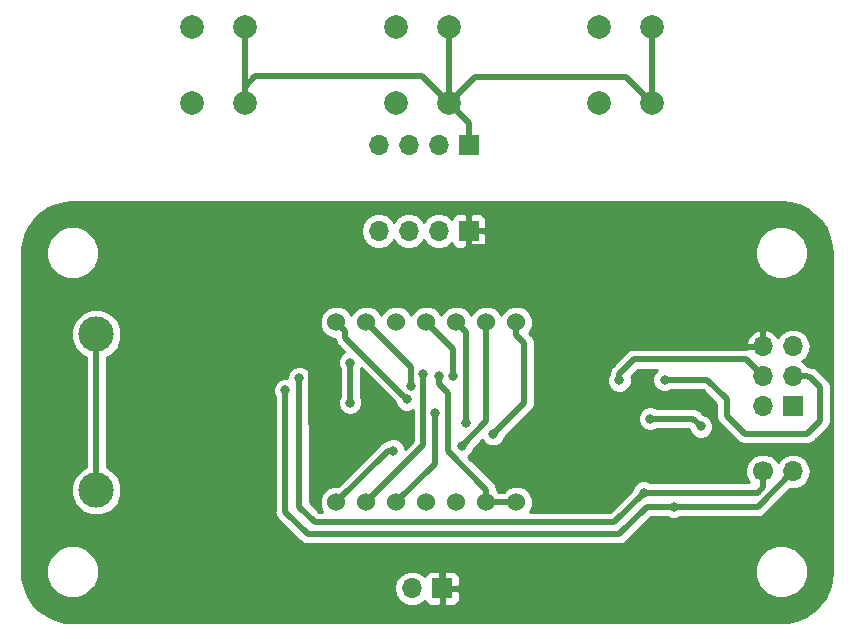
<source format=gbl>
G04 #@! TF.GenerationSoftware,KiCad,Pcbnew,(5.0.2)-1*
G04 #@! TF.CreationDate,2020-01-03T22:31:12+01:00*
G04 #@! TF.ProjectId,clock,636c6f63-6b2e-46b6-9963-61645f706362,rev?*
G04 #@! TF.SameCoordinates,Original*
G04 #@! TF.FileFunction,Copper,L2,Bot*
G04 #@! TF.FilePolarity,Positive*
%FSLAX46Y46*%
G04 Gerber Fmt 4.6, Leading zero omitted, Abs format (unit mm)*
G04 Created by KiCad (PCBNEW (5.0.2)-1) date 03/01/2020 22:31:12*
%MOMM*%
%LPD*%
G01*
G04 APERTURE LIST*
G04 #@! TA.AperFunction,ComponentPad*
%ADD10C,1.700000*%
G04 #@! TD*
G04 #@! TA.AperFunction,ComponentPad*
%ADD11O,1.700000X1.700000*%
G04 #@! TD*
G04 #@! TA.AperFunction,ComponentPad*
%ADD12C,3.000000*%
G04 #@! TD*
G04 #@! TA.AperFunction,ComponentPad*
%ADD13R,1.700000X1.700000*%
G04 #@! TD*
G04 #@! TA.AperFunction,ComponentPad*
%ADD14C,2.000000*%
G04 #@! TD*
G04 #@! TA.AperFunction,ComponentPad*
%ADD15C,1.524000*%
G04 #@! TD*
G04 #@! TA.AperFunction,ViaPad*
%ADD16C,0.800000*%
G04 #@! TD*
G04 #@! TA.AperFunction,Conductor*
%ADD17C,0.500000*%
G04 #@! TD*
G04 #@! TA.AperFunction,Conductor*
%ADD18C,0.254000*%
G04 #@! TD*
G04 APERTURE END LIST*
D10*
G04 #@! TO.P,J2,1*
G04 #@! TO.N,SDA*
X167460000Y-81500000D03*
D11*
G04 #@! TO.P,J2,2*
G04 #@! TO.N,SCL*
X170000000Y-81500000D03*
G04 #@! TD*
D12*
G04 #@! TO.P,CR1220,1*
G04 #@! TO.N,Net-(CR1220-Pad1)*
X111000000Y-69900000D03*
X111000000Y-83100000D03*
G04 #@! TD*
D13*
G04 #@! TO.P,J1,1*
G04 #@! TO.N,GND*
X140285000Y-91400000D03*
D11*
G04 #@! TO.P,J1,2*
G04 #@! TO.N,Net-(D1-Pad2)*
X137745000Y-91400000D03*
G04 #@! TD*
D13*
G04 #@! TO.P,J3,1*
G04 #@! TO.N,Net-(J3-Pad1)*
X170000000Y-76000000D03*
D11*
G04 #@! TO.P,J3,2*
G04 #@! TO.N,+5V*
X167460000Y-76000000D03*
G04 #@! TO.P,J3,3*
G04 #@! TO.N,Net-(J3-Pad3)*
X170000000Y-73460000D03*
G04 #@! TO.P,J3,4*
G04 #@! TO.N,Net-(J3-Pad4)*
X167460000Y-73460000D03*
G04 #@! TO.P,J3,5*
G04 #@! TO.N,Net-(J3-Pad5)*
X170000000Y-70920000D03*
G04 #@! TO.P,J3,6*
G04 #@! TO.N,GND*
X167460000Y-70920000D03*
G04 #@! TD*
D13*
G04 #@! TO.P,J4,1*
G04 #@! TO.N,Net-(J4-Pad1)*
X142550000Y-53850000D03*
D11*
G04 #@! TO.P,J4,2*
G04 #@! TO.N,Net-(J4-Pad2)*
X140010000Y-53850000D03*
G04 #@! TO.P,J4,3*
G04 #@! TO.N,Net-(J4-Pad3)*
X137470000Y-53850000D03*
G04 #@! TO.P,J4,4*
G04 #@! TO.N,Net-(J4-Pad4)*
X134930000Y-53850000D03*
G04 #@! TD*
G04 #@! TO.P,J5,4*
G04 #@! TO.N,Net-(J3-Pad1)*
X134930000Y-61150000D03*
G04 #@! TO.P,J5,3*
G04 #@! TO.N,Net-(J5-Pad3)*
X137470000Y-61150000D03*
G04 #@! TO.P,J5,2*
G04 #@! TO.N,Net-(J5-Pad2)*
X140010000Y-61150000D03*
D13*
G04 #@! TO.P,J5,1*
G04 #@! TO.N,GND*
X142550000Y-61150000D03*
G04 #@! TD*
D14*
G04 #@! TO.P,SW1,1*
G04 #@! TO.N,Net-(J4-Pad4)*
X119100000Y-50350000D03*
G04 #@! TO.P,SW1,2*
G04 #@! TO.N,Net-(J4-Pad1)*
X123600000Y-50350000D03*
G04 #@! TO.P,SW1,1*
G04 #@! TO.N,Net-(J4-Pad4)*
X119100000Y-43850000D03*
G04 #@! TO.P,SW1,2*
G04 #@! TO.N,Net-(J4-Pad1)*
X123600000Y-43850000D03*
G04 #@! TD*
G04 #@! TO.P,SW2,1*
G04 #@! TO.N,Net-(J4-Pad3)*
X136400000Y-50350000D03*
G04 #@! TO.P,SW2,2*
G04 #@! TO.N,Net-(J4-Pad1)*
X140900000Y-50350000D03*
G04 #@! TO.P,SW2,1*
G04 #@! TO.N,Net-(J4-Pad3)*
X136400000Y-43850000D03*
G04 #@! TO.P,SW2,2*
G04 #@! TO.N,Net-(J4-Pad1)*
X140900000Y-43850000D03*
G04 #@! TD*
G04 #@! TO.P,SW3,1*
G04 #@! TO.N,Net-(J4-Pad2)*
X153600000Y-50350000D03*
G04 #@! TO.P,SW3,2*
G04 #@! TO.N,Net-(J4-Pad1)*
X158100000Y-50350000D03*
G04 #@! TO.P,SW3,1*
G04 #@! TO.N,Net-(J4-Pad2)*
X153600000Y-43850000D03*
G04 #@! TO.P,SW3,2*
G04 #@! TO.N,Net-(J4-Pad1)*
X158100000Y-43850000D03*
G04 #@! TD*
D15*
G04 #@! TO.P,U4,14*
G04 #@! TO.N,LED_COM1*
X131345000Y-84120000D03*
G04 #@! TO.P,U4,13*
G04 #@! TO.N,A*
X133885000Y-84120000D03*
G04 #@! TO.P,U4,12*
G04 #@! TO.N,F*
X136425000Y-84120000D03*
G04 #@! TO.P,U4,11*
G04 #@! TO.N,LED_COM2*
X138965000Y-84120000D03*
G04 #@! TO.P,U4,10*
G04 #@! TO.N,LED_COM3*
X141505000Y-84120000D03*
G04 #@! TO.P,U4,9*
G04 #@! TO.N,B*
X144045000Y-84120000D03*
G04 #@! TO.P,U4,8*
X146585000Y-84120000D03*
G04 #@! TO.P,U4,7*
G04 #@! TO.N,LED_COM_DOT*
X146585000Y-68880000D03*
G04 #@! TO.P,U4,6*
G04 #@! TO.N,LED_COM4*
X144045000Y-68880000D03*
G04 #@! TO.P,U4,5*
G04 #@! TO.N,G*
X141505000Y-68880000D03*
G04 #@! TO.P,U4,4*
G04 #@! TO.N,C*
X138965000Y-68880000D03*
G04 #@! TO.P,U4,3*
G04 #@! TO.N,DP*
X136425000Y-68880000D03*
G04 #@! TO.P,U4,2*
G04 #@! TO.N,D*
X133885000Y-68880000D03*
G04 #@! TO.P,U4,1*
G04 #@! TO.N,E*
X131345000Y-68880000D03*
G04 #@! TD*
D16*
G04 #@! TO.N,+5V*
X132500000Y-72300000D03*
X132500000Y-75700000D03*
G04 #@! TO.N,GND*
X156595000Y-66605000D03*
X129200000Y-70000000D03*
X130500000Y-78800000D03*
X125200000Y-75700000D03*
X125400000Y-70000000D03*
G04 #@! TO.N,SDA*
X128200000Y-73600000D03*
X157361644Y-83300000D03*
G04 #@! TO.N,SCL*
X127000000Y-74650000D03*
X159901644Y-84500000D03*
G04 #@! TO.N,Net-(J3-Pad1)*
X157900000Y-77035000D03*
X162200000Y-77700000D03*
G04 #@! TO.N,Net-(J3-Pad3)*
X159135000Y-73735000D03*
G04 #@! TO.N,Net-(J3-Pad4)*
X155300000Y-73800000D03*
G04 #@! TO.N,LED_COM1*
X136150000Y-79750000D03*
G04 #@! TO.N,LED_COM_DOT*
X144600000Y-78350000D03*
G04 #@! TO.N,LED_COM4*
X141950000Y-79350000D03*
G04 #@! TO.N,G*
X142300000Y-77400000D03*
G04 #@! TO.N,F*
X139649999Y-76600000D03*
G04 #@! TO.N,E*
X137300000Y-75400000D03*
G04 #@! TO.N,D*
X137700000Y-74300000D03*
G04 #@! TO.N,C*
X141200000Y-73400000D03*
G04 #@! TO.N,B*
X140000000Y-73400000D03*
G04 #@! TO.N,A*
X138700000Y-73300000D03*
G04 #@! TD*
D17*
G04 #@! TO.N,+5V*
X132500000Y-72300000D02*
X132500000Y-72865685D01*
X132500000Y-72865685D02*
X132500000Y-75700000D01*
X132500000Y-75700000D02*
X132500000Y-75700000D01*
G04 #@! TO.N,GND*
X129200000Y-77500000D02*
X130500000Y-78800000D01*
X129200000Y-70000000D02*
X129200000Y-77500000D01*
X125400000Y-75500000D02*
X125200000Y-75700000D01*
X125400000Y-70000000D02*
X125400000Y-75500000D01*
X142550000Y-62500000D02*
X142550000Y-61150000D01*
X138550000Y-66500000D02*
X142550000Y-62500000D01*
X130500000Y-66500000D02*
X138550000Y-66500000D01*
X129200000Y-67800000D02*
X130500000Y-66500000D01*
X129200000Y-70000000D02*
X129200000Y-67800000D01*
X152490000Y-62500000D02*
X156595000Y-66605000D01*
X142550000Y-62500000D02*
X152490000Y-62500000D01*
X140285000Y-90050000D02*
X140285000Y-91400000D01*
X139035000Y-88800000D02*
X140285000Y-90050000D01*
X128400000Y-88800000D02*
X139035000Y-88800000D01*
X125200000Y-85600000D02*
X128400000Y-88800000D01*
X125200000Y-75700000D02*
X125200000Y-85600000D01*
G04 #@! TO.N,Net-(CR1220-Pad1)*
X111000000Y-72021320D02*
X111000000Y-83100000D01*
X111000000Y-69900000D02*
X111000000Y-72021320D01*
G04 #@! TO.N,SDA*
X154861644Y-85800000D02*
X157361644Y-83300000D01*
X129500000Y-85800000D02*
X154861644Y-85800000D01*
X128200000Y-73600000D02*
X128200000Y-84500000D01*
X128200000Y-84500000D02*
X129500000Y-85800000D01*
X167460000Y-82850000D02*
X167460000Y-81500000D01*
X167010000Y-83300000D02*
X167460000Y-82850000D01*
X157361644Y-83300000D02*
X167010000Y-83300000D01*
G04 #@! TO.N,SCL*
X127000000Y-84900000D02*
X128900000Y-86800000D01*
X128900000Y-86800000D02*
X155300000Y-86800000D01*
X157600000Y-84500000D02*
X159901644Y-84500000D01*
X155300000Y-86800000D02*
X157600000Y-84500000D01*
X167000000Y-84500000D02*
X170000000Y-81500000D01*
X159901644Y-84500000D02*
X167000000Y-84500000D01*
X127000000Y-84900000D02*
X127000000Y-74650000D01*
G04 #@! TO.N,Net-(J3-Pad1)*
X161535000Y-77035000D02*
X162200000Y-77700000D01*
X157900000Y-77035000D02*
X161535000Y-77035000D01*
G04 #@! TO.N,Net-(J3-Pad3)*
X162735000Y-73735000D02*
X159135000Y-73735000D01*
X164400000Y-75400000D02*
X162735000Y-73735000D01*
X171202081Y-73460000D02*
X171242081Y-73500000D01*
X170000000Y-73460000D02*
X171202081Y-73460000D01*
X171242081Y-73500000D02*
X171400000Y-73500000D01*
X171400000Y-73500000D02*
X172300000Y-74400000D01*
X172300000Y-74400000D02*
X172300000Y-77200000D01*
X172300000Y-77200000D02*
X171200000Y-78300000D01*
X171200000Y-78300000D02*
X165900000Y-78300000D01*
X164400000Y-76800000D02*
X164400000Y-75400000D01*
X165900000Y-78300000D02*
X164400000Y-76800000D01*
G04 #@! TO.N,Net-(J3-Pad4)*
X155300000Y-73234315D02*
X156534315Y-72000000D01*
X155300000Y-73800000D02*
X155300000Y-73234315D01*
X166000000Y-72000000D02*
X167460000Y-73460000D01*
X156534315Y-72000000D02*
X166000000Y-72000000D01*
G04 #@! TO.N,LED_COM1*
X135715000Y-79750000D02*
X136150000Y-79750000D01*
X131345000Y-84120000D02*
X135715000Y-79750000D01*
G04 #@! TO.N,LED_COM_DOT*
X146585000Y-68880000D02*
X146585000Y-69957630D01*
X146585000Y-69957630D02*
X147250001Y-70622631D01*
X147250001Y-75699999D02*
X144600000Y-78350000D01*
X147250001Y-70622631D02*
X147250001Y-75699999D01*
G04 #@! TO.N,LED_COM4*
X144045000Y-69957630D02*
X144050000Y-69962630D01*
X144045000Y-68880000D02*
X144045000Y-69957630D01*
X144045000Y-77255000D02*
X141950000Y-79350000D01*
X144045000Y-69957630D02*
X144045000Y-77255000D01*
G04 #@! TO.N,G*
X142300000Y-76834315D02*
X142300000Y-77400000D01*
X141505000Y-68880000D02*
X142299999Y-69674999D01*
X142299999Y-69674999D02*
X142300000Y-76834315D01*
G04 #@! TO.N,F*
X136425000Y-84120000D02*
X139649999Y-80895001D01*
X139649999Y-80895001D02*
X139649999Y-76600000D01*
G04 #@! TO.N,E*
X136900001Y-75000001D02*
X137300000Y-75400000D01*
X132106999Y-70206999D02*
X136900001Y-75000001D01*
X132106999Y-69641999D02*
X132106999Y-70206999D01*
X131345000Y-68880000D02*
X132106999Y-69641999D01*
G04 #@! TO.N,D*
X133885000Y-68880000D02*
X137700000Y-72695000D01*
X137700000Y-72695000D02*
X137700000Y-74300000D01*
G04 #@! TO.N,C*
X141200000Y-71115000D02*
X138965000Y-68880000D01*
X141200000Y-73400000D02*
X141200000Y-71115000D01*
G04 #@! TO.N,B*
X144045000Y-83042370D02*
X140800000Y-79797370D01*
X144045000Y-84120000D02*
X144045000Y-83042370D01*
X140800000Y-74893998D02*
X140800000Y-79797370D01*
X140000000Y-74093998D02*
X140800000Y-74893998D01*
X140000000Y-73400000D02*
X140000000Y-74093998D01*
X144045000Y-84120000D02*
X146585000Y-84120000D01*
G04 #@! TO.N,A*
X138700000Y-73300000D02*
X138700000Y-73300000D01*
X133885000Y-84120000D02*
X138700000Y-79305000D01*
X138700000Y-79305000D02*
X138700000Y-73300000D01*
G04 #@! TO.N,Net-(J4-Pad1)*
X123600000Y-48935787D02*
X124485787Y-48050000D01*
X123600000Y-50350000D02*
X123600000Y-48935787D01*
X138600000Y-48050000D02*
X140900000Y-50350000D01*
X124485787Y-48050000D02*
X138600000Y-48050000D01*
X155900000Y-48150000D02*
X158100000Y-50350000D01*
X140900000Y-50350000D02*
X143100000Y-48150000D01*
X143100000Y-48150000D02*
X155900000Y-48150000D01*
X123600000Y-45264213D02*
X123600000Y-50350000D01*
X123600000Y-43850000D02*
X123600000Y-45264213D01*
X140900000Y-43850000D02*
X140900000Y-50350000D01*
X158100000Y-45264213D02*
X158100000Y-50350000D01*
X158100000Y-43850000D02*
X158100000Y-45264213D01*
X140900000Y-50350000D02*
X142550000Y-52000000D01*
X142550000Y-52000000D02*
X142550000Y-53850000D01*
G04 #@! TD*
D18*
G04 #@! TO.N,GND*
G36*
X169759192Y-58780578D02*
X170494389Y-58981705D01*
X171182351Y-59309846D01*
X171801331Y-59754628D01*
X172331761Y-60301988D01*
X172756884Y-60934639D01*
X173063251Y-61632561D01*
X173242499Y-62379183D01*
X173290001Y-63026044D01*
X173290000Y-89968382D01*
X173219422Y-90759193D01*
X173018295Y-91494389D01*
X172690152Y-92182355D01*
X172245374Y-92801328D01*
X171698012Y-93331761D01*
X171065362Y-93756883D01*
X170367439Y-94063251D01*
X169620819Y-94242499D01*
X169137645Y-94277980D01*
X169072388Y-94265000D01*
X108927612Y-94265000D01*
X108873067Y-94275850D01*
X108240807Y-94219422D01*
X107505611Y-94018295D01*
X106817645Y-93690152D01*
X106198672Y-93245374D01*
X105668239Y-92698012D01*
X105243117Y-92065362D01*
X104936749Y-91367439D01*
X104757501Y-90620819D01*
X104710000Y-89973970D01*
X104710000Y-89555431D01*
X106765000Y-89555431D01*
X106765000Y-90444569D01*
X107105259Y-91266026D01*
X107733974Y-91894741D01*
X108555431Y-92235000D01*
X109444569Y-92235000D01*
X110266026Y-91894741D01*
X110760767Y-91400000D01*
X136230908Y-91400000D01*
X136346161Y-91979418D01*
X136674375Y-92470625D01*
X137165582Y-92798839D01*
X137598744Y-92885000D01*
X137891256Y-92885000D01*
X138324418Y-92798839D01*
X138815625Y-92470625D01*
X138830096Y-92448967D01*
X138896673Y-92609698D01*
X139075301Y-92788327D01*
X139308690Y-92885000D01*
X139999250Y-92885000D01*
X140158000Y-92726250D01*
X140158000Y-91527000D01*
X140412000Y-91527000D01*
X140412000Y-92726250D01*
X140570750Y-92885000D01*
X141261310Y-92885000D01*
X141494699Y-92788327D01*
X141673327Y-92609698D01*
X141770000Y-92376309D01*
X141770000Y-91685750D01*
X141611250Y-91527000D01*
X140412000Y-91527000D01*
X140158000Y-91527000D01*
X140138000Y-91527000D01*
X140138000Y-91273000D01*
X140158000Y-91273000D01*
X140158000Y-90073750D01*
X140412000Y-90073750D01*
X140412000Y-91273000D01*
X141611250Y-91273000D01*
X141770000Y-91114250D01*
X141770000Y-90423691D01*
X141673327Y-90190302D01*
X141494699Y-90011673D01*
X141261310Y-89915000D01*
X140570750Y-89915000D01*
X140412000Y-90073750D01*
X140158000Y-90073750D01*
X139999250Y-89915000D01*
X139308690Y-89915000D01*
X139075301Y-90011673D01*
X138896673Y-90190302D01*
X138830096Y-90351033D01*
X138815625Y-90329375D01*
X138324418Y-90001161D01*
X137891256Y-89915000D01*
X137598744Y-89915000D01*
X137165582Y-90001161D01*
X136674375Y-90329375D01*
X136346161Y-90820582D01*
X136230908Y-91400000D01*
X110760767Y-91400000D01*
X110894741Y-91266026D01*
X111235000Y-90444569D01*
X111235000Y-89555431D01*
X166765000Y-89555431D01*
X166765000Y-90444569D01*
X167105259Y-91266026D01*
X167733974Y-91894741D01*
X168555431Y-92235000D01*
X169444569Y-92235000D01*
X170266026Y-91894741D01*
X170894741Y-91266026D01*
X171235000Y-90444569D01*
X171235000Y-89555431D01*
X170894741Y-88733974D01*
X170266026Y-88105259D01*
X169444569Y-87765000D01*
X168555431Y-87765000D01*
X167733974Y-88105259D01*
X167105259Y-88733974D01*
X166765000Y-89555431D01*
X111235000Y-89555431D01*
X110894741Y-88733974D01*
X110266026Y-88105259D01*
X109444569Y-87765000D01*
X108555431Y-87765000D01*
X107733974Y-88105259D01*
X107105259Y-88733974D01*
X106765000Y-89555431D01*
X104710000Y-89555431D01*
X104710000Y-69475322D01*
X108865000Y-69475322D01*
X108865000Y-70324678D01*
X109190034Y-71109380D01*
X109790620Y-71709966D01*
X110115001Y-71844329D01*
X110115001Y-71934151D01*
X110115000Y-71934156D01*
X110115001Y-81155671D01*
X109790620Y-81290034D01*
X109190034Y-81890620D01*
X108865000Y-82675322D01*
X108865000Y-83524678D01*
X109190034Y-84309380D01*
X109790620Y-84909966D01*
X110575322Y-85235000D01*
X111424678Y-85235000D01*
X112209380Y-84909966D01*
X112809966Y-84309380D01*
X113135000Y-83524678D01*
X113135000Y-82675322D01*
X112809966Y-81890620D01*
X112209380Y-81290034D01*
X111885000Y-81155671D01*
X111885000Y-74444126D01*
X125965000Y-74444126D01*
X125965000Y-74855874D01*
X126115001Y-75218009D01*
X126115000Y-84812839D01*
X126097663Y-84900000D01*
X126115000Y-84987161D01*
X126115000Y-84987164D01*
X126166348Y-85245309D01*
X126361951Y-85538049D01*
X126435847Y-85587425D01*
X128212577Y-87364156D01*
X128261951Y-87438049D01*
X128335844Y-87487423D01*
X128335845Y-87487424D01*
X128554690Y-87633652D01*
X128812835Y-87685000D01*
X128812839Y-87685000D01*
X128900000Y-87702337D01*
X128987161Y-87685000D01*
X155212839Y-87685000D01*
X155300000Y-87702337D01*
X155387161Y-87685000D01*
X155387165Y-87685000D01*
X155645310Y-87633652D01*
X155938049Y-87438049D01*
X155987425Y-87364153D01*
X157966579Y-85385000D01*
X159333637Y-85385000D01*
X159695770Y-85535000D01*
X160107518Y-85535000D01*
X160469651Y-85385000D01*
X166912839Y-85385000D01*
X167000000Y-85402337D01*
X167087161Y-85385000D01*
X167087165Y-85385000D01*
X167345310Y-85333652D01*
X167638049Y-85138049D01*
X167687425Y-85064153D01*
X169781040Y-82970538D01*
X169853744Y-82985000D01*
X170146256Y-82985000D01*
X170579418Y-82898839D01*
X171070625Y-82570625D01*
X171398839Y-82079418D01*
X171514092Y-81500000D01*
X171398839Y-80920582D01*
X171070625Y-80429375D01*
X170579418Y-80101161D01*
X170146256Y-80015000D01*
X169853744Y-80015000D01*
X169420582Y-80101161D01*
X168929375Y-80429375D01*
X168740791Y-80711611D01*
X168718922Y-80658815D01*
X168301185Y-80241078D01*
X167755385Y-80015000D01*
X167164615Y-80015000D01*
X166618815Y-80241078D01*
X166201078Y-80658815D01*
X165975000Y-81204615D01*
X165975000Y-81795385D01*
X166201078Y-82341185D01*
X166274893Y-82415000D01*
X157929651Y-82415000D01*
X157567518Y-82265000D01*
X157155770Y-82265000D01*
X156775364Y-82422569D01*
X156484213Y-82713720D01*
X156334213Y-83075852D01*
X154495066Y-84915000D01*
X147765657Y-84915000D01*
X147769320Y-84911337D01*
X147982000Y-84397881D01*
X147982000Y-83842119D01*
X147769320Y-83328663D01*
X147376337Y-82935680D01*
X146862881Y-82723000D01*
X146307119Y-82723000D01*
X145793663Y-82935680D01*
X145494343Y-83235000D01*
X145135657Y-83235000D01*
X144946622Y-83045965D01*
X144947337Y-83042369D01*
X144930000Y-82955208D01*
X144930000Y-82955205D01*
X144878652Y-82697060D01*
X144822201Y-82612576D01*
X144732424Y-82478215D01*
X144732423Y-82478214D01*
X144683049Y-82404321D01*
X144609156Y-82354947D01*
X142497643Y-80243435D01*
X142536280Y-80227431D01*
X142827431Y-79936280D01*
X142977431Y-79574147D01*
X143691150Y-78860428D01*
X143722569Y-78936280D01*
X144013720Y-79227431D01*
X144394126Y-79385000D01*
X144805874Y-79385000D01*
X145186280Y-79227431D01*
X145477431Y-78936280D01*
X145627431Y-78574147D01*
X147372452Y-76829126D01*
X156865000Y-76829126D01*
X156865000Y-77240874D01*
X157022569Y-77621280D01*
X157313720Y-77912431D01*
X157694126Y-78070000D01*
X158105874Y-78070000D01*
X158468007Y-77920000D01*
X161168422Y-77920000D01*
X161172569Y-77924148D01*
X161322569Y-78286280D01*
X161613720Y-78577431D01*
X161994126Y-78735000D01*
X162405874Y-78735000D01*
X162786280Y-78577431D01*
X163077431Y-78286280D01*
X163235000Y-77905874D01*
X163235000Y-77494126D01*
X163077431Y-77113720D01*
X162786280Y-76822569D01*
X162424148Y-76672569D01*
X162222425Y-76470847D01*
X162173049Y-76396951D01*
X161880310Y-76201348D01*
X161622165Y-76150000D01*
X161622161Y-76150000D01*
X161535000Y-76132663D01*
X161447839Y-76150000D01*
X158468007Y-76150000D01*
X158105874Y-76000000D01*
X157694126Y-76000000D01*
X157313720Y-76157569D01*
X157022569Y-76448720D01*
X156865000Y-76829126D01*
X147372452Y-76829126D01*
X147814157Y-76387422D01*
X147888050Y-76338048D01*
X147943749Y-76254690D01*
X148038706Y-76112576D01*
X148083653Y-76045309D01*
X148135001Y-75787164D01*
X148135001Y-75787160D01*
X148152338Y-75700000D01*
X148135001Y-75612840D01*
X148135001Y-73594126D01*
X154265000Y-73594126D01*
X154265000Y-74005874D01*
X154422569Y-74386280D01*
X154713720Y-74677431D01*
X155094126Y-74835000D01*
X155505874Y-74835000D01*
X155886280Y-74677431D01*
X156177431Y-74386280D01*
X156335000Y-74005874D01*
X156335000Y-73594126D01*
X156293048Y-73492845D01*
X156900894Y-72885000D01*
X158521289Y-72885000D01*
X158257569Y-73148720D01*
X158100000Y-73529126D01*
X158100000Y-73940874D01*
X158257569Y-74321280D01*
X158548720Y-74612431D01*
X158929126Y-74770000D01*
X159340874Y-74770000D01*
X159703007Y-74620000D01*
X162368422Y-74620000D01*
X163515001Y-75766580D01*
X163515000Y-76712839D01*
X163497663Y-76800000D01*
X163515000Y-76887161D01*
X163515000Y-76887164D01*
X163566348Y-77145309D01*
X163761951Y-77438049D01*
X163835847Y-77487425D01*
X165212577Y-78864156D01*
X165261951Y-78938049D01*
X165335844Y-78987423D01*
X165335845Y-78987424D01*
X165361687Y-79004691D01*
X165554690Y-79133652D01*
X165812835Y-79185000D01*
X165812839Y-79185000D01*
X165899999Y-79202337D01*
X165987159Y-79185000D01*
X171112839Y-79185000D01*
X171200000Y-79202337D01*
X171287161Y-79185000D01*
X171287165Y-79185000D01*
X171545310Y-79133652D01*
X171838049Y-78938049D01*
X171887425Y-78864153D01*
X172864156Y-77887423D01*
X172938049Y-77838049D01*
X172987715Y-77763720D01*
X173133652Y-77545310D01*
X173159572Y-77415000D01*
X173185000Y-77287165D01*
X173185000Y-77287161D01*
X173202337Y-77200000D01*
X173185000Y-77112839D01*
X173185000Y-74487159D01*
X173202337Y-74399999D01*
X173185000Y-74312839D01*
X173185000Y-74312835D01*
X173133652Y-74054690D01*
X173021714Y-73887164D01*
X172987424Y-73835845D01*
X172987423Y-73835844D01*
X172938049Y-73761951D01*
X172864156Y-73712577D01*
X172087424Y-72935846D01*
X172038049Y-72861951D01*
X171745310Y-72666348D01*
X171548737Y-72627247D01*
X171547391Y-72626348D01*
X171289246Y-72575000D01*
X171289242Y-72575000D01*
X171202081Y-72557663D01*
X171185302Y-72561001D01*
X171070625Y-72389375D01*
X170772239Y-72190000D01*
X171070625Y-71990625D01*
X171398839Y-71499418D01*
X171514092Y-70920000D01*
X171398839Y-70340582D01*
X171070625Y-69849375D01*
X170579418Y-69521161D01*
X170146256Y-69435000D01*
X169853744Y-69435000D01*
X169420582Y-69521161D01*
X168929375Y-69849375D01*
X168728647Y-70149786D01*
X168341358Y-69724817D01*
X167816892Y-69478514D01*
X167587000Y-69599181D01*
X167587000Y-70793000D01*
X167607000Y-70793000D01*
X167607000Y-71047000D01*
X167587000Y-71047000D01*
X167587000Y-71067000D01*
X167333000Y-71067000D01*
X167333000Y-71047000D01*
X166139845Y-71047000D01*
X166102364Y-71118023D01*
X166087165Y-71115000D01*
X166087161Y-71115000D01*
X166000000Y-71097663D01*
X165912839Y-71115000D01*
X156621475Y-71115000D01*
X156534314Y-71097663D01*
X156447153Y-71115000D01*
X156447150Y-71115000D01*
X156189005Y-71166348D01*
X155970160Y-71312576D01*
X155970159Y-71312577D01*
X155896266Y-71361951D01*
X155846892Y-71435844D01*
X154735845Y-72546892D01*
X154661952Y-72596266D01*
X154612577Y-72670160D01*
X154612576Y-72670161D01*
X154592638Y-72700000D01*
X154466348Y-72889005D01*
X154415000Y-73147150D01*
X154415000Y-73147154D01*
X154397663Y-73234315D01*
X154402975Y-73261023D01*
X154265000Y-73594126D01*
X148135001Y-73594126D01*
X148135001Y-70709790D01*
X148152338Y-70622630D01*
X148140499Y-70563110D01*
X166018524Y-70563110D01*
X166139845Y-70793000D01*
X167333000Y-70793000D01*
X167333000Y-69599181D01*
X167103108Y-69478514D01*
X166578642Y-69724817D01*
X166188355Y-70153076D01*
X166018524Y-70563110D01*
X148140499Y-70563110D01*
X148135001Y-70535470D01*
X148135001Y-70535466D01*
X148083653Y-70277321D01*
X147888050Y-69984582D01*
X147814157Y-69935208D01*
X147659803Y-69780854D01*
X147769320Y-69671337D01*
X147982000Y-69157881D01*
X147982000Y-68602119D01*
X147769320Y-68088663D01*
X147376337Y-67695680D01*
X146862881Y-67483000D01*
X146307119Y-67483000D01*
X145793663Y-67695680D01*
X145400680Y-68088663D01*
X145315000Y-68295513D01*
X145229320Y-68088663D01*
X144836337Y-67695680D01*
X144322881Y-67483000D01*
X143767119Y-67483000D01*
X143253663Y-67695680D01*
X142860680Y-68088663D01*
X142775000Y-68295513D01*
X142689320Y-68088663D01*
X142296337Y-67695680D01*
X141782881Y-67483000D01*
X141227119Y-67483000D01*
X140713663Y-67695680D01*
X140320680Y-68088663D01*
X140235000Y-68295513D01*
X140149320Y-68088663D01*
X139756337Y-67695680D01*
X139242881Y-67483000D01*
X138687119Y-67483000D01*
X138173663Y-67695680D01*
X137780680Y-68088663D01*
X137695000Y-68295513D01*
X137609320Y-68088663D01*
X137216337Y-67695680D01*
X136702881Y-67483000D01*
X136147119Y-67483000D01*
X135633663Y-67695680D01*
X135240680Y-68088663D01*
X135155000Y-68295513D01*
X135069320Y-68088663D01*
X134676337Y-67695680D01*
X134162881Y-67483000D01*
X133607119Y-67483000D01*
X133093663Y-67695680D01*
X132700680Y-68088663D01*
X132615000Y-68295513D01*
X132529320Y-68088663D01*
X132136337Y-67695680D01*
X131622881Y-67483000D01*
X131067119Y-67483000D01*
X130553663Y-67695680D01*
X130160680Y-68088663D01*
X129948000Y-68602119D01*
X129948000Y-69157881D01*
X130160680Y-69671337D01*
X130553663Y-70064320D01*
X131067119Y-70277000D01*
X131218586Y-70277000D01*
X131221999Y-70294160D01*
X131221999Y-70294164D01*
X131273347Y-70552309D01*
X131338659Y-70650054D01*
X131418598Y-70769690D01*
X131468951Y-70845048D01*
X131542844Y-70894422D01*
X132024927Y-71376505D01*
X131913720Y-71422569D01*
X131622569Y-71713720D01*
X131465000Y-72094126D01*
X131465000Y-72505874D01*
X131615000Y-72868007D01*
X131615001Y-75131991D01*
X131465000Y-75494126D01*
X131465000Y-75905874D01*
X131622569Y-76286280D01*
X131913720Y-76577431D01*
X132294126Y-76735000D01*
X132705874Y-76735000D01*
X133086280Y-76577431D01*
X133377431Y-76286280D01*
X133535000Y-75905874D01*
X133535000Y-75494126D01*
X133385000Y-75131993D01*
X133385000Y-72868007D01*
X133423494Y-72775073D01*
X136272570Y-75624149D01*
X136422569Y-75986280D01*
X136713720Y-76277431D01*
X137094126Y-76435000D01*
X137505874Y-76435000D01*
X137815000Y-76306956D01*
X137815000Y-78938421D01*
X137185000Y-79568421D01*
X137185000Y-79544126D01*
X137027431Y-79163720D01*
X136736280Y-78872569D01*
X136355874Y-78715000D01*
X135944126Y-78715000D01*
X135563720Y-78872569D01*
X135557249Y-78879040D01*
X135369690Y-78916348D01*
X135304823Y-78959691D01*
X135150845Y-79062576D01*
X135150844Y-79062577D01*
X135076951Y-79111951D01*
X135027577Y-79185844D01*
X131490422Y-82723000D01*
X131067119Y-82723000D01*
X130553663Y-82935680D01*
X130160680Y-83328663D01*
X129948000Y-83842119D01*
X129948000Y-84397881D01*
X130160680Y-84911337D01*
X130164343Y-84915000D01*
X129866579Y-84915000D01*
X129085000Y-84133422D01*
X129085000Y-74168007D01*
X129235000Y-73805874D01*
X129235000Y-73394126D01*
X129077431Y-73013720D01*
X128786280Y-72722569D01*
X128405874Y-72565000D01*
X127994126Y-72565000D01*
X127613720Y-72722569D01*
X127322569Y-73013720D01*
X127165000Y-73394126D01*
X127165000Y-73615000D01*
X126794126Y-73615000D01*
X126413720Y-73772569D01*
X126122569Y-74063720D01*
X125965000Y-74444126D01*
X111885000Y-74444126D01*
X111885000Y-71844329D01*
X112209380Y-71709966D01*
X112809966Y-71109380D01*
X113135000Y-70324678D01*
X113135000Y-69475322D01*
X112809966Y-68690620D01*
X112209380Y-68090034D01*
X111424678Y-67765000D01*
X110575322Y-67765000D01*
X109790620Y-68090034D01*
X109190034Y-68690620D01*
X108865000Y-69475322D01*
X104710000Y-69475322D01*
X104710000Y-63031618D01*
X104752498Y-62555431D01*
X106765000Y-62555431D01*
X106765000Y-63444569D01*
X107105259Y-64266026D01*
X107733974Y-64894741D01*
X108555431Y-65235000D01*
X109444569Y-65235000D01*
X110266026Y-64894741D01*
X110894741Y-64266026D01*
X111235000Y-63444569D01*
X111235000Y-62555431D01*
X110894741Y-61733974D01*
X110310767Y-61150000D01*
X133415908Y-61150000D01*
X133531161Y-61729418D01*
X133859375Y-62220625D01*
X134350582Y-62548839D01*
X134783744Y-62635000D01*
X135076256Y-62635000D01*
X135509418Y-62548839D01*
X136000625Y-62220625D01*
X136200000Y-61922239D01*
X136399375Y-62220625D01*
X136890582Y-62548839D01*
X137323744Y-62635000D01*
X137616256Y-62635000D01*
X138049418Y-62548839D01*
X138540625Y-62220625D01*
X138740000Y-61922239D01*
X138939375Y-62220625D01*
X139430582Y-62548839D01*
X139863744Y-62635000D01*
X140156256Y-62635000D01*
X140589418Y-62548839D01*
X141080625Y-62220625D01*
X141095096Y-62198967D01*
X141161673Y-62359698D01*
X141340301Y-62538327D01*
X141573690Y-62635000D01*
X142264250Y-62635000D01*
X142423000Y-62476250D01*
X142423000Y-61277000D01*
X142677000Y-61277000D01*
X142677000Y-62476250D01*
X142835750Y-62635000D01*
X143526310Y-62635000D01*
X143718406Y-62555431D01*
X166765000Y-62555431D01*
X166765000Y-63444569D01*
X167105259Y-64266026D01*
X167733974Y-64894741D01*
X168555431Y-65235000D01*
X169444569Y-65235000D01*
X170266026Y-64894741D01*
X170894741Y-64266026D01*
X171235000Y-63444569D01*
X171235000Y-62555431D01*
X170894741Y-61733974D01*
X170266026Y-61105259D01*
X169444569Y-60765000D01*
X168555431Y-60765000D01*
X167733974Y-61105259D01*
X167105259Y-61733974D01*
X166765000Y-62555431D01*
X143718406Y-62555431D01*
X143759699Y-62538327D01*
X143938327Y-62359698D01*
X144035000Y-62126309D01*
X144035000Y-61435750D01*
X143876250Y-61277000D01*
X142677000Y-61277000D01*
X142423000Y-61277000D01*
X142403000Y-61277000D01*
X142403000Y-61023000D01*
X142423000Y-61023000D01*
X142423000Y-59823750D01*
X142677000Y-59823750D01*
X142677000Y-61023000D01*
X143876250Y-61023000D01*
X144035000Y-60864250D01*
X144035000Y-60173691D01*
X143938327Y-59940302D01*
X143759699Y-59761673D01*
X143526310Y-59665000D01*
X142835750Y-59665000D01*
X142677000Y-59823750D01*
X142423000Y-59823750D01*
X142264250Y-59665000D01*
X141573690Y-59665000D01*
X141340301Y-59761673D01*
X141161673Y-59940302D01*
X141095096Y-60101033D01*
X141080625Y-60079375D01*
X140589418Y-59751161D01*
X140156256Y-59665000D01*
X139863744Y-59665000D01*
X139430582Y-59751161D01*
X138939375Y-60079375D01*
X138740000Y-60377761D01*
X138540625Y-60079375D01*
X138049418Y-59751161D01*
X137616256Y-59665000D01*
X137323744Y-59665000D01*
X136890582Y-59751161D01*
X136399375Y-60079375D01*
X136200000Y-60377761D01*
X136000625Y-60079375D01*
X135509418Y-59751161D01*
X135076256Y-59665000D01*
X134783744Y-59665000D01*
X134350582Y-59751161D01*
X133859375Y-60079375D01*
X133531161Y-60570582D01*
X133415908Y-61150000D01*
X110310767Y-61150000D01*
X110266026Y-61105259D01*
X109444569Y-60765000D01*
X108555431Y-60765000D01*
X107733974Y-61105259D01*
X107105259Y-61733974D01*
X106765000Y-62555431D01*
X104752498Y-62555431D01*
X104780578Y-62240808D01*
X104981705Y-61505611D01*
X105309846Y-60817649D01*
X105754628Y-60198669D01*
X106301988Y-59668239D01*
X106934639Y-59243116D01*
X107632561Y-58936749D01*
X108379183Y-58757501D01*
X108794532Y-58727000D01*
X169158863Y-58727000D01*
X169759192Y-58780578D01*
X169759192Y-58780578D01*
G37*
X169759192Y-58780578D02*
X170494389Y-58981705D01*
X171182351Y-59309846D01*
X171801331Y-59754628D01*
X172331761Y-60301988D01*
X172756884Y-60934639D01*
X173063251Y-61632561D01*
X173242499Y-62379183D01*
X173290001Y-63026044D01*
X173290000Y-89968382D01*
X173219422Y-90759193D01*
X173018295Y-91494389D01*
X172690152Y-92182355D01*
X172245374Y-92801328D01*
X171698012Y-93331761D01*
X171065362Y-93756883D01*
X170367439Y-94063251D01*
X169620819Y-94242499D01*
X169137645Y-94277980D01*
X169072388Y-94265000D01*
X108927612Y-94265000D01*
X108873067Y-94275850D01*
X108240807Y-94219422D01*
X107505611Y-94018295D01*
X106817645Y-93690152D01*
X106198672Y-93245374D01*
X105668239Y-92698012D01*
X105243117Y-92065362D01*
X104936749Y-91367439D01*
X104757501Y-90620819D01*
X104710000Y-89973970D01*
X104710000Y-89555431D01*
X106765000Y-89555431D01*
X106765000Y-90444569D01*
X107105259Y-91266026D01*
X107733974Y-91894741D01*
X108555431Y-92235000D01*
X109444569Y-92235000D01*
X110266026Y-91894741D01*
X110760767Y-91400000D01*
X136230908Y-91400000D01*
X136346161Y-91979418D01*
X136674375Y-92470625D01*
X137165582Y-92798839D01*
X137598744Y-92885000D01*
X137891256Y-92885000D01*
X138324418Y-92798839D01*
X138815625Y-92470625D01*
X138830096Y-92448967D01*
X138896673Y-92609698D01*
X139075301Y-92788327D01*
X139308690Y-92885000D01*
X139999250Y-92885000D01*
X140158000Y-92726250D01*
X140158000Y-91527000D01*
X140412000Y-91527000D01*
X140412000Y-92726250D01*
X140570750Y-92885000D01*
X141261310Y-92885000D01*
X141494699Y-92788327D01*
X141673327Y-92609698D01*
X141770000Y-92376309D01*
X141770000Y-91685750D01*
X141611250Y-91527000D01*
X140412000Y-91527000D01*
X140158000Y-91527000D01*
X140138000Y-91527000D01*
X140138000Y-91273000D01*
X140158000Y-91273000D01*
X140158000Y-90073750D01*
X140412000Y-90073750D01*
X140412000Y-91273000D01*
X141611250Y-91273000D01*
X141770000Y-91114250D01*
X141770000Y-90423691D01*
X141673327Y-90190302D01*
X141494699Y-90011673D01*
X141261310Y-89915000D01*
X140570750Y-89915000D01*
X140412000Y-90073750D01*
X140158000Y-90073750D01*
X139999250Y-89915000D01*
X139308690Y-89915000D01*
X139075301Y-90011673D01*
X138896673Y-90190302D01*
X138830096Y-90351033D01*
X138815625Y-90329375D01*
X138324418Y-90001161D01*
X137891256Y-89915000D01*
X137598744Y-89915000D01*
X137165582Y-90001161D01*
X136674375Y-90329375D01*
X136346161Y-90820582D01*
X136230908Y-91400000D01*
X110760767Y-91400000D01*
X110894741Y-91266026D01*
X111235000Y-90444569D01*
X111235000Y-89555431D01*
X166765000Y-89555431D01*
X166765000Y-90444569D01*
X167105259Y-91266026D01*
X167733974Y-91894741D01*
X168555431Y-92235000D01*
X169444569Y-92235000D01*
X170266026Y-91894741D01*
X170894741Y-91266026D01*
X171235000Y-90444569D01*
X171235000Y-89555431D01*
X170894741Y-88733974D01*
X170266026Y-88105259D01*
X169444569Y-87765000D01*
X168555431Y-87765000D01*
X167733974Y-88105259D01*
X167105259Y-88733974D01*
X166765000Y-89555431D01*
X111235000Y-89555431D01*
X110894741Y-88733974D01*
X110266026Y-88105259D01*
X109444569Y-87765000D01*
X108555431Y-87765000D01*
X107733974Y-88105259D01*
X107105259Y-88733974D01*
X106765000Y-89555431D01*
X104710000Y-89555431D01*
X104710000Y-69475322D01*
X108865000Y-69475322D01*
X108865000Y-70324678D01*
X109190034Y-71109380D01*
X109790620Y-71709966D01*
X110115001Y-71844329D01*
X110115001Y-71934151D01*
X110115000Y-71934156D01*
X110115001Y-81155671D01*
X109790620Y-81290034D01*
X109190034Y-81890620D01*
X108865000Y-82675322D01*
X108865000Y-83524678D01*
X109190034Y-84309380D01*
X109790620Y-84909966D01*
X110575322Y-85235000D01*
X111424678Y-85235000D01*
X112209380Y-84909966D01*
X112809966Y-84309380D01*
X113135000Y-83524678D01*
X113135000Y-82675322D01*
X112809966Y-81890620D01*
X112209380Y-81290034D01*
X111885000Y-81155671D01*
X111885000Y-74444126D01*
X125965000Y-74444126D01*
X125965000Y-74855874D01*
X126115001Y-75218009D01*
X126115000Y-84812839D01*
X126097663Y-84900000D01*
X126115000Y-84987161D01*
X126115000Y-84987164D01*
X126166348Y-85245309D01*
X126361951Y-85538049D01*
X126435847Y-85587425D01*
X128212577Y-87364156D01*
X128261951Y-87438049D01*
X128335844Y-87487423D01*
X128335845Y-87487424D01*
X128554690Y-87633652D01*
X128812835Y-87685000D01*
X128812839Y-87685000D01*
X128900000Y-87702337D01*
X128987161Y-87685000D01*
X155212839Y-87685000D01*
X155300000Y-87702337D01*
X155387161Y-87685000D01*
X155387165Y-87685000D01*
X155645310Y-87633652D01*
X155938049Y-87438049D01*
X155987425Y-87364153D01*
X157966579Y-85385000D01*
X159333637Y-85385000D01*
X159695770Y-85535000D01*
X160107518Y-85535000D01*
X160469651Y-85385000D01*
X166912839Y-85385000D01*
X167000000Y-85402337D01*
X167087161Y-85385000D01*
X167087165Y-85385000D01*
X167345310Y-85333652D01*
X167638049Y-85138049D01*
X167687425Y-85064153D01*
X169781040Y-82970538D01*
X169853744Y-82985000D01*
X170146256Y-82985000D01*
X170579418Y-82898839D01*
X171070625Y-82570625D01*
X171398839Y-82079418D01*
X171514092Y-81500000D01*
X171398839Y-80920582D01*
X171070625Y-80429375D01*
X170579418Y-80101161D01*
X170146256Y-80015000D01*
X169853744Y-80015000D01*
X169420582Y-80101161D01*
X168929375Y-80429375D01*
X168740791Y-80711611D01*
X168718922Y-80658815D01*
X168301185Y-80241078D01*
X167755385Y-80015000D01*
X167164615Y-80015000D01*
X166618815Y-80241078D01*
X166201078Y-80658815D01*
X165975000Y-81204615D01*
X165975000Y-81795385D01*
X166201078Y-82341185D01*
X166274893Y-82415000D01*
X157929651Y-82415000D01*
X157567518Y-82265000D01*
X157155770Y-82265000D01*
X156775364Y-82422569D01*
X156484213Y-82713720D01*
X156334213Y-83075852D01*
X154495066Y-84915000D01*
X147765657Y-84915000D01*
X147769320Y-84911337D01*
X147982000Y-84397881D01*
X147982000Y-83842119D01*
X147769320Y-83328663D01*
X147376337Y-82935680D01*
X146862881Y-82723000D01*
X146307119Y-82723000D01*
X145793663Y-82935680D01*
X145494343Y-83235000D01*
X145135657Y-83235000D01*
X144946622Y-83045965D01*
X144947337Y-83042369D01*
X144930000Y-82955208D01*
X144930000Y-82955205D01*
X144878652Y-82697060D01*
X144822201Y-82612576D01*
X144732424Y-82478215D01*
X144732423Y-82478214D01*
X144683049Y-82404321D01*
X144609156Y-82354947D01*
X142497643Y-80243435D01*
X142536280Y-80227431D01*
X142827431Y-79936280D01*
X142977431Y-79574147D01*
X143691150Y-78860428D01*
X143722569Y-78936280D01*
X144013720Y-79227431D01*
X144394126Y-79385000D01*
X144805874Y-79385000D01*
X145186280Y-79227431D01*
X145477431Y-78936280D01*
X145627431Y-78574147D01*
X147372452Y-76829126D01*
X156865000Y-76829126D01*
X156865000Y-77240874D01*
X157022569Y-77621280D01*
X157313720Y-77912431D01*
X157694126Y-78070000D01*
X158105874Y-78070000D01*
X158468007Y-77920000D01*
X161168422Y-77920000D01*
X161172569Y-77924148D01*
X161322569Y-78286280D01*
X161613720Y-78577431D01*
X161994126Y-78735000D01*
X162405874Y-78735000D01*
X162786280Y-78577431D01*
X163077431Y-78286280D01*
X163235000Y-77905874D01*
X163235000Y-77494126D01*
X163077431Y-77113720D01*
X162786280Y-76822569D01*
X162424148Y-76672569D01*
X162222425Y-76470847D01*
X162173049Y-76396951D01*
X161880310Y-76201348D01*
X161622165Y-76150000D01*
X161622161Y-76150000D01*
X161535000Y-76132663D01*
X161447839Y-76150000D01*
X158468007Y-76150000D01*
X158105874Y-76000000D01*
X157694126Y-76000000D01*
X157313720Y-76157569D01*
X157022569Y-76448720D01*
X156865000Y-76829126D01*
X147372452Y-76829126D01*
X147814157Y-76387422D01*
X147888050Y-76338048D01*
X147943749Y-76254690D01*
X148038706Y-76112576D01*
X148083653Y-76045309D01*
X148135001Y-75787164D01*
X148135001Y-75787160D01*
X148152338Y-75700000D01*
X148135001Y-75612840D01*
X148135001Y-73594126D01*
X154265000Y-73594126D01*
X154265000Y-74005874D01*
X154422569Y-74386280D01*
X154713720Y-74677431D01*
X155094126Y-74835000D01*
X155505874Y-74835000D01*
X155886280Y-74677431D01*
X156177431Y-74386280D01*
X156335000Y-74005874D01*
X156335000Y-73594126D01*
X156293048Y-73492845D01*
X156900894Y-72885000D01*
X158521289Y-72885000D01*
X158257569Y-73148720D01*
X158100000Y-73529126D01*
X158100000Y-73940874D01*
X158257569Y-74321280D01*
X158548720Y-74612431D01*
X158929126Y-74770000D01*
X159340874Y-74770000D01*
X159703007Y-74620000D01*
X162368422Y-74620000D01*
X163515001Y-75766580D01*
X163515000Y-76712839D01*
X163497663Y-76800000D01*
X163515000Y-76887161D01*
X163515000Y-76887164D01*
X163566348Y-77145309D01*
X163761951Y-77438049D01*
X163835847Y-77487425D01*
X165212577Y-78864156D01*
X165261951Y-78938049D01*
X165335844Y-78987423D01*
X165335845Y-78987424D01*
X165361687Y-79004691D01*
X165554690Y-79133652D01*
X165812835Y-79185000D01*
X165812839Y-79185000D01*
X165899999Y-79202337D01*
X165987159Y-79185000D01*
X171112839Y-79185000D01*
X171200000Y-79202337D01*
X171287161Y-79185000D01*
X171287165Y-79185000D01*
X171545310Y-79133652D01*
X171838049Y-78938049D01*
X171887425Y-78864153D01*
X172864156Y-77887423D01*
X172938049Y-77838049D01*
X172987715Y-77763720D01*
X173133652Y-77545310D01*
X173159572Y-77415000D01*
X173185000Y-77287165D01*
X173185000Y-77287161D01*
X173202337Y-77200000D01*
X173185000Y-77112839D01*
X173185000Y-74487159D01*
X173202337Y-74399999D01*
X173185000Y-74312839D01*
X173185000Y-74312835D01*
X173133652Y-74054690D01*
X173021714Y-73887164D01*
X172987424Y-73835845D01*
X172987423Y-73835844D01*
X172938049Y-73761951D01*
X172864156Y-73712577D01*
X172087424Y-72935846D01*
X172038049Y-72861951D01*
X171745310Y-72666348D01*
X171548737Y-72627247D01*
X171547391Y-72626348D01*
X171289246Y-72575000D01*
X171289242Y-72575000D01*
X171202081Y-72557663D01*
X171185302Y-72561001D01*
X171070625Y-72389375D01*
X170772239Y-72190000D01*
X171070625Y-71990625D01*
X171398839Y-71499418D01*
X171514092Y-70920000D01*
X171398839Y-70340582D01*
X171070625Y-69849375D01*
X170579418Y-69521161D01*
X170146256Y-69435000D01*
X169853744Y-69435000D01*
X169420582Y-69521161D01*
X168929375Y-69849375D01*
X168728647Y-70149786D01*
X168341358Y-69724817D01*
X167816892Y-69478514D01*
X167587000Y-69599181D01*
X167587000Y-70793000D01*
X167607000Y-70793000D01*
X167607000Y-71047000D01*
X167587000Y-71047000D01*
X167587000Y-71067000D01*
X167333000Y-71067000D01*
X167333000Y-71047000D01*
X166139845Y-71047000D01*
X166102364Y-71118023D01*
X166087165Y-71115000D01*
X166087161Y-71115000D01*
X166000000Y-71097663D01*
X165912839Y-71115000D01*
X156621475Y-71115000D01*
X156534314Y-71097663D01*
X156447153Y-71115000D01*
X156447150Y-71115000D01*
X156189005Y-71166348D01*
X155970160Y-71312576D01*
X155970159Y-71312577D01*
X155896266Y-71361951D01*
X155846892Y-71435844D01*
X154735845Y-72546892D01*
X154661952Y-72596266D01*
X154612577Y-72670160D01*
X154612576Y-72670161D01*
X154592638Y-72700000D01*
X154466348Y-72889005D01*
X154415000Y-73147150D01*
X154415000Y-73147154D01*
X154397663Y-73234315D01*
X154402975Y-73261023D01*
X154265000Y-73594126D01*
X148135001Y-73594126D01*
X148135001Y-70709790D01*
X148152338Y-70622630D01*
X148140499Y-70563110D01*
X166018524Y-70563110D01*
X166139845Y-70793000D01*
X167333000Y-70793000D01*
X167333000Y-69599181D01*
X167103108Y-69478514D01*
X166578642Y-69724817D01*
X166188355Y-70153076D01*
X166018524Y-70563110D01*
X148140499Y-70563110D01*
X148135001Y-70535470D01*
X148135001Y-70535466D01*
X148083653Y-70277321D01*
X147888050Y-69984582D01*
X147814157Y-69935208D01*
X147659803Y-69780854D01*
X147769320Y-69671337D01*
X147982000Y-69157881D01*
X147982000Y-68602119D01*
X147769320Y-68088663D01*
X147376337Y-67695680D01*
X146862881Y-67483000D01*
X146307119Y-67483000D01*
X145793663Y-67695680D01*
X145400680Y-68088663D01*
X145315000Y-68295513D01*
X145229320Y-68088663D01*
X144836337Y-67695680D01*
X144322881Y-67483000D01*
X143767119Y-67483000D01*
X143253663Y-67695680D01*
X142860680Y-68088663D01*
X142775000Y-68295513D01*
X142689320Y-68088663D01*
X142296337Y-67695680D01*
X141782881Y-67483000D01*
X141227119Y-67483000D01*
X140713663Y-67695680D01*
X140320680Y-68088663D01*
X140235000Y-68295513D01*
X140149320Y-68088663D01*
X139756337Y-67695680D01*
X139242881Y-67483000D01*
X138687119Y-67483000D01*
X138173663Y-67695680D01*
X137780680Y-68088663D01*
X137695000Y-68295513D01*
X137609320Y-68088663D01*
X137216337Y-67695680D01*
X136702881Y-67483000D01*
X136147119Y-67483000D01*
X135633663Y-67695680D01*
X135240680Y-68088663D01*
X135155000Y-68295513D01*
X135069320Y-68088663D01*
X134676337Y-67695680D01*
X134162881Y-67483000D01*
X133607119Y-67483000D01*
X133093663Y-67695680D01*
X132700680Y-68088663D01*
X132615000Y-68295513D01*
X132529320Y-68088663D01*
X132136337Y-67695680D01*
X131622881Y-67483000D01*
X131067119Y-67483000D01*
X130553663Y-67695680D01*
X130160680Y-68088663D01*
X129948000Y-68602119D01*
X129948000Y-69157881D01*
X130160680Y-69671337D01*
X130553663Y-70064320D01*
X131067119Y-70277000D01*
X131218586Y-70277000D01*
X131221999Y-70294160D01*
X131221999Y-70294164D01*
X131273347Y-70552309D01*
X131338659Y-70650054D01*
X131418598Y-70769690D01*
X131468951Y-70845048D01*
X131542844Y-70894422D01*
X132024927Y-71376505D01*
X131913720Y-71422569D01*
X131622569Y-71713720D01*
X131465000Y-72094126D01*
X131465000Y-72505874D01*
X131615000Y-72868007D01*
X131615001Y-75131991D01*
X131465000Y-75494126D01*
X131465000Y-75905874D01*
X131622569Y-76286280D01*
X131913720Y-76577431D01*
X132294126Y-76735000D01*
X132705874Y-76735000D01*
X133086280Y-76577431D01*
X133377431Y-76286280D01*
X133535000Y-75905874D01*
X133535000Y-75494126D01*
X133385000Y-75131993D01*
X133385000Y-72868007D01*
X133423494Y-72775073D01*
X136272570Y-75624149D01*
X136422569Y-75986280D01*
X136713720Y-76277431D01*
X137094126Y-76435000D01*
X137505874Y-76435000D01*
X137815000Y-76306956D01*
X137815000Y-78938421D01*
X137185000Y-79568421D01*
X137185000Y-79544126D01*
X137027431Y-79163720D01*
X136736280Y-78872569D01*
X136355874Y-78715000D01*
X135944126Y-78715000D01*
X135563720Y-78872569D01*
X135557249Y-78879040D01*
X135369690Y-78916348D01*
X135304823Y-78959691D01*
X135150845Y-79062576D01*
X135150844Y-79062577D01*
X135076951Y-79111951D01*
X135027577Y-79185844D01*
X131490422Y-82723000D01*
X131067119Y-82723000D01*
X130553663Y-82935680D01*
X130160680Y-83328663D01*
X129948000Y-83842119D01*
X129948000Y-84397881D01*
X130160680Y-84911337D01*
X130164343Y-84915000D01*
X129866579Y-84915000D01*
X129085000Y-84133422D01*
X129085000Y-74168007D01*
X129235000Y-73805874D01*
X129235000Y-73394126D01*
X129077431Y-73013720D01*
X128786280Y-72722569D01*
X128405874Y-72565000D01*
X127994126Y-72565000D01*
X127613720Y-72722569D01*
X127322569Y-73013720D01*
X127165000Y-73394126D01*
X127165000Y-73615000D01*
X126794126Y-73615000D01*
X126413720Y-73772569D01*
X126122569Y-74063720D01*
X125965000Y-74444126D01*
X111885000Y-74444126D01*
X111885000Y-71844329D01*
X112209380Y-71709966D01*
X112809966Y-71109380D01*
X113135000Y-70324678D01*
X113135000Y-69475322D01*
X112809966Y-68690620D01*
X112209380Y-68090034D01*
X111424678Y-67765000D01*
X110575322Y-67765000D01*
X109790620Y-68090034D01*
X109190034Y-68690620D01*
X108865000Y-69475322D01*
X104710000Y-69475322D01*
X104710000Y-63031618D01*
X104752498Y-62555431D01*
X106765000Y-62555431D01*
X106765000Y-63444569D01*
X107105259Y-64266026D01*
X107733974Y-64894741D01*
X108555431Y-65235000D01*
X109444569Y-65235000D01*
X110266026Y-64894741D01*
X110894741Y-64266026D01*
X111235000Y-63444569D01*
X111235000Y-62555431D01*
X110894741Y-61733974D01*
X110310767Y-61150000D01*
X133415908Y-61150000D01*
X133531161Y-61729418D01*
X133859375Y-62220625D01*
X134350582Y-62548839D01*
X134783744Y-62635000D01*
X135076256Y-62635000D01*
X135509418Y-62548839D01*
X136000625Y-62220625D01*
X136200000Y-61922239D01*
X136399375Y-62220625D01*
X136890582Y-62548839D01*
X137323744Y-62635000D01*
X137616256Y-62635000D01*
X138049418Y-62548839D01*
X138540625Y-62220625D01*
X138740000Y-61922239D01*
X138939375Y-62220625D01*
X139430582Y-62548839D01*
X139863744Y-62635000D01*
X140156256Y-62635000D01*
X140589418Y-62548839D01*
X141080625Y-62220625D01*
X141095096Y-62198967D01*
X141161673Y-62359698D01*
X141340301Y-62538327D01*
X141573690Y-62635000D01*
X142264250Y-62635000D01*
X142423000Y-62476250D01*
X142423000Y-61277000D01*
X142677000Y-61277000D01*
X142677000Y-62476250D01*
X142835750Y-62635000D01*
X143526310Y-62635000D01*
X143718406Y-62555431D01*
X166765000Y-62555431D01*
X166765000Y-63444569D01*
X167105259Y-64266026D01*
X167733974Y-64894741D01*
X168555431Y-65235000D01*
X169444569Y-65235000D01*
X170266026Y-64894741D01*
X170894741Y-64266026D01*
X171235000Y-63444569D01*
X171235000Y-62555431D01*
X170894741Y-61733974D01*
X170266026Y-61105259D01*
X169444569Y-60765000D01*
X168555431Y-60765000D01*
X167733974Y-61105259D01*
X167105259Y-61733974D01*
X166765000Y-62555431D01*
X143718406Y-62555431D01*
X143759699Y-62538327D01*
X143938327Y-62359698D01*
X144035000Y-62126309D01*
X144035000Y-61435750D01*
X143876250Y-61277000D01*
X142677000Y-61277000D01*
X142423000Y-61277000D01*
X142403000Y-61277000D01*
X142403000Y-61023000D01*
X142423000Y-61023000D01*
X142423000Y-59823750D01*
X142677000Y-59823750D01*
X142677000Y-61023000D01*
X143876250Y-61023000D01*
X144035000Y-60864250D01*
X144035000Y-60173691D01*
X143938327Y-59940302D01*
X143759699Y-59761673D01*
X143526310Y-59665000D01*
X142835750Y-59665000D01*
X142677000Y-59823750D01*
X142423000Y-59823750D01*
X142264250Y-59665000D01*
X141573690Y-59665000D01*
X141340301Y-59761673D01*
X141161673Y-59940302D01*
X141095096Y-60101033D01*
X141080625Y-60079375D01*
X140589418Y-59751161D01*
X140156256Y-59665000D01*
X139863744Y-59665000D01*
X139430582Y-59751161D01*
X138939375Y-60079375D01*
X138740000Y-60377761D01*
X138540625Y-60079375D01*
X138049418Y-59751161D01*
X137616256Y-59665000D01*
X137323744Y-59665000D01*
X136890582Y-59751161D01*
X136399375Y-60079375D01*
X136200000Y-60377761D01*
X136000625Y-60079375D01*
X135509418Y-59751161D01*
X135076256Y-59665000D01*
X134783744Y-59665000D01*
X134350582Y-59751161D01*
X133859375Y-60079375D01*
X133531161Y-60570582D01*
X133415908Y-61150000D01*
X110310767Y-61150000D01*
X110266026Y-61105259D01*
X109444569Y-60765000D01*
X108555431Y-60765000D01*
X107733974Y-61105259D01*
X107105259Y-61733974D01*
X106765000Y-62555431D01*
X104752498Y-62555431D01*
X104780578Y-62240808D01*
X104981705Y-61505611D01*
X105309846Y-60817649D01*
X105754628Y-60198669D01*
X106301988Y-59668239D01*
X106934639Y-59243116D01*
X107632561Y-58936749D01*
X108379183Y-58757501D01*
X108794532Y-58727000D01*
X169158863Y-58727000D01*
X169759192Y-58780578D01*
G04 #@! TD*
M02*

</source>
